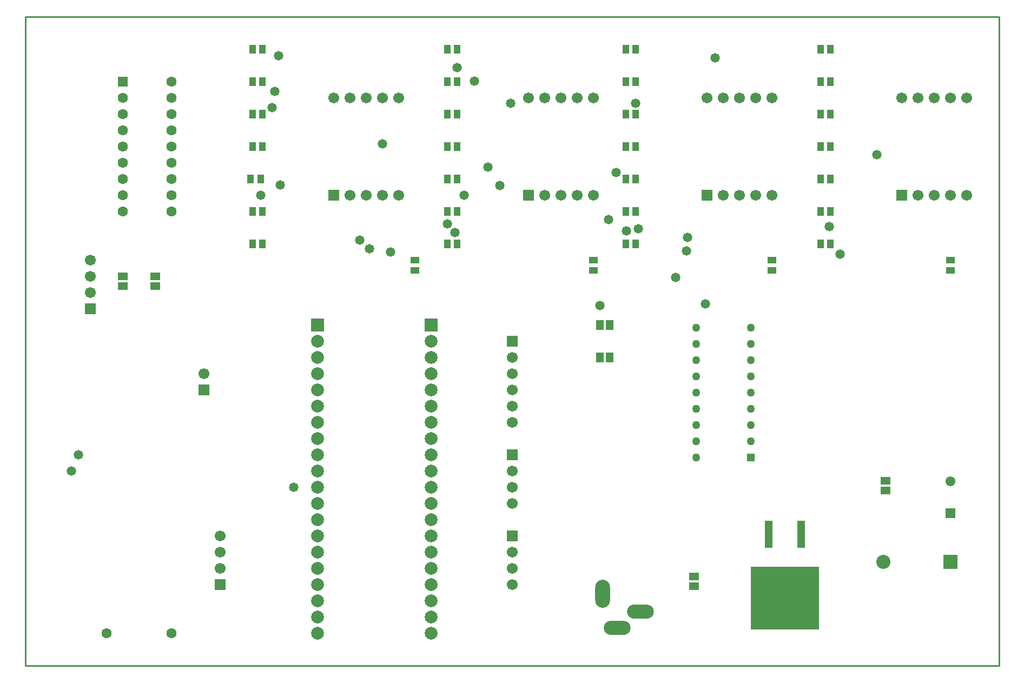
<source format=gts>
G04*
G04 #@! TF.GenerationSoftware,Altium Limited,Altium Designer,20.0.12 (288)*
G04*
G04 Layer_Color=8388736*
%FSLAX23Y23*%
%MOIN*%
G70*
G01*
G75*
%ADD14C,0.010*%
%ADD23R,0.419X0.386*%
%ADD24R,0.049X0.169*%
%ADD25R,0.039X0.057*%
%ADD26R,0.063X0.051*%
%ADD27R,0.051X0.063*%
%ADD28R,0.057X0.039*%
%ADD29C,0.050*%
%ADD30R,0.050X0.050*%
%ADD31R,0.061X0.061*%
%ADD32C,0.061*%
%ADD33C,0.067*%
%ADD34R,0.067X0.067*%
%ADD35C,0.079*%
%ADD36R,0.079X0.079*%
%ADD37C,0.063*%
%ADD38R,0.063X0.063*%
%ADD39C,0.087*%
%ADD40R,0.087X0.087*%
%ADD41O,0.091X0.173*%
%ADD42O,0.165X0.087*%
%ADD43C,0.058*%
D14*
X1600Y5000D02*
X7600D01*
Y1000D02*
Y5000D01*
X1600Y1000D02*
X7600D01*
X1600D02*
Y5000D01*
D23*
X6280Y1418D02*
D03*
D24*
X6180Y1810D02*
D03*
X6380D02*
D03*
D25*
X3063Y4400D02*
D03*
X3000D02*
D03*
X5363D02*
D03*
X5300D02*
D03*
X5363Y3600D02*
D03*
X5300D02*
D03*
X6563D02*
D03*
X6500D02*
D03*
X4263Y4800D02*
D03*
X4200D02*
D03*
X3063Y4600D02*
D03*
X3000D02*
D03*
X3063Y4200D02*
D03*
X3000D02*
D03*
X3050Y4000D02*
D03*
X2987D02*
D03*
X3000Y4800D02*
D03*
X3063D02*
D03*
X3000Y3600D02*
D03*
X3063D02*
D03*
Y3800D02*
D03*
X3000D02*
D03*
X4263Y3600D02*
D03*
X4200D02*
D03*
X4263Y3800D02*
D03*
X4200D02*
D03*
X4263Y4200D02*
D03*
X4200D02*
D03*
X4263Y4600D02*
D03*
X4200D02*
D03*
X4263Y4400D02*
D03*
X4200D02*
D03*
X5363Y3800D02*
D03*
X5300D02*
D03*
X5363Y4000D02*
D03*
X5300D02*
D03*
X5363Y4200D02*
D03*
X5300D02*
D03*
X5363Y4600D02*
D03*
X5300D02*
D03*
X4263Y4000D02*
D03*
X4200D02*
D03*
X6500Y4800D02*
D03*
X6563D02*
D03*
X5300D02*
D03*
X5363D02*
D03*
X6500Y4600D02*
D03*
X6563D02*
D03*
X6500Y4400D02*
D03*
X6563D02*
D03*
Y4200D02*
D03*
X6500D02*
D03*
Y4000D02*
D03*
X6563D02*
D03*
X6500Y3800D02*
D03*
X6563D02*
D03*
D26*
X6900Y2140D02*
D03*
Y2081D02*
D03*
X2200Y3400D02*
D03*
Y3341D02*
D03*
X5720Y1550D02*
D03*
Y1490D02*
D03*
X2400Y3400D02*
D03*
Y3341D02*
D03*
D27*
X5200Y2900D02*
D03*
X5141D02*
D03*
X5200Y3100D02*
D03*
X5141D02*
D03*
D28*
X6200Y3500D02*
D03*
Y3437D02*
D03*
X7300Y3500D02*
D03*
Y3437D02*
D03*
X4000Y3500D02*
D03*
Y3437D02*
D03*
X5100Y3500D02*
D03*
Y3437D02*
D03*
D29*
X5735Y2285D02*
D03*
Y2385D02*
D03*
Y2485D02*
D03*
Y2585D02*
D03*
Y2685D02*
D03*
Y2785D02*
D03*
Y2885D02*
D03*
Y2985D02*
D03*
Y3085D02*
D03*
X6070D02*
D03*
Y2985D02*
D03*
Y2885D02*
D03*
Y2785D02*
D03*
Y2685D02*
D03*
Y2585D02*
D03*
Y2485D02*
D03*
Y2385D02*
D03*
D30*
Y2285D02*
D03*
D31*
X7300Y1940D02*
D03*
D32*
Y2137D02*
D03*
D33*
X2700Y2800D02*
D03*
X4600Y2200D02*
D03*
Y2100D02*
D03*
Y2000D02*
D03*
Y2500D02*
D03*
Y2600D02*
D03*
Y2700D02*
D03*
Y2800D02*
D03*
Y2900D02*
D03*
X2800Y1600D02*
D03*
Y1700D02*
D03*
Y1800D02*
D03*
X4600Y1700D02*
D03*
Y1600D02*
D03*
Y1500D02*
D03*
X3900Y4500D02*
D03*
X3800D02*
D03*
X3700D02*
D03*
X3600D02*
D03*
X3500D02*
D03*
X3900Y3900D02*
D03*
X3800D02*
D03*
X3700D02*
D03*
X3600D02*
D03*
X5100Y4500D02*
D03*
X5000D02*
D03*
X4900D02*
D03*
X4800D02*
D03*
X4700D02*
D03*
X5100Y3900D02*
D03*
X5000D02*
D03*
X4900D02*
D03*
X4800D02*
D03*
X7100D02*
D03*
X7200D02*
D03*
X7300D02*
D03*
X7400D02*
D03*
X7000Y4500D02*
D03*
X7100D02*
D03*
X7200D02*
D03*
X7300D02*
D03*
X7400D02*
D03*
X5900Y3900D02*
D03*
X6000D02*
D03*
X6100D02*
D03*
X6200D02*
D03*
X5800Y4500D02*
D03*
X5900D02*
D03*
X6000D02*
D03*
X6100D02*
D03*
X6200D02*
D03*
X2000Y3500D02*
D03*
Y3400D02*
D03*
Y3300D02*
D03*
D34*
X2700Y2700D02*
D03*
X4600Y2300D02*
D03*
Y3000D02*
D03*
X2800Y1500D02*
D03*
X4600Y1800D02*
D03*
X3500Y3900D02*
D03*
X4700D02*
D03*
X7000D02*
D03*
X5800D02*
D03*
X2000Y3200D02*
D03*
D35*
X4100Y2200D02*
D03*
Y2100D02*
D03*
Y2300D02*
D03*
Y2400D02*
D03*
Y2500D02*
D03*
Y2600D02*
D03*
Y2700D02*
D03*
Y2800D02*
D03*
Y2900D02*
D03*
Y3000D02*
D03*
Y2000D02*
D03*
Y1900D02*
D03*
Y1800D02*
D03*
Y1700D02*
D03*
Y1600D02*
D03*
Y1500D02*
D03*
Y1400D02*
D03*
Y1300D02*
D03*
Y1200D02*
D03*
X3400Y2200D02*
D03*
Y2100D02*
D03*
Y2300D02*
D03*
Y2400D02*
D03*
Y2500D02*
D03*
Y2600D02*
D03*
Y2700D02*
D03*
Y2800D02*
D03*
Y2900D02*
D03*
Y3000D02*
D03*
Y2000D02*
D03*
Y1900D02*
D03*
Y1800D02*
D03*
Y1700D02*
D03*
Y1600D02*
D03*
Y1500D02*
D03*
Y1400D02*
D03*
Y1300D02*
D03*
Y1200D02*
D03*
D36*
X4100Y3100D02*
D03*
X3400D02*
D03*
D37*
X2500Y1200D02*
D03*
X2100D02*
D03*
X2500Y3800D02*
D03*
Y3900D02*
D03*
Y4000D02*
D03*
Y4100D02*
D03*
Y4200D02*
D03*
Y4300D02*
D03*
Y4400D02*
D03*
Y4500D02*
D03*
Y4600D02*
D03*
X2200Y3800D02*
D03*
Y3900D02*
D03*
Y4000D02*
D03*
Y4100D02*
D03*
Y4200D02*
D03*
Y4300D02*
D03*
Y4400D02*
D03*
Y4500D02*
D03*
D38*
Y4600D02*
D03*
D39*
X6888Y1640D02*
D03*
D40*
X7300D02*
D03*
D41*
X5157Y1445D02*
D03*
D42*
X5248Y1236D02*
D03*
X5393Y1335D02*
D03*
D43*
X6621Y3539D02*
D03*
X3120Y4440D02*
D03*
X5306Y3680D02*
D03*
X5195Y3750D02*
D03*
X3160Y4760D02*
D03*
X6554Y3708D02*
D03*
X5676Y3557D02*
D03*
X5680Y3640D02*
D03*
X5240Y4040D02*
D03*
X4200Y3726D02*
D03*
X1927Y2300D02*
D03*
X1884Y2200D02*
D03*
X5377Y3696D02*
D03*
X3137Y4541D02*
D03*
X4368Y4604D02*
D03*
X4304Y3900D02*
D03*
X5363Y4469D02*
D03*
X5851Y4749D02*
D03*
X6848Y4152D02*
D03*
X4592Y4468D02*
D03*
X4526Y3961D02*
D03*
X4263Y4687D02*
D03*
X3050Y3900D02*
D03*
X3171Y3965D02*
D03*
X3800Y4218D02*
D03*
X3723Y3570D02*
D03*
X4248Y3672D02*
D03*
X4451Y4074D02*
D03*
X3853Y3550D02*
D03*
X5609Y3396D02*
D03*
X5791Y3232D02*
D03*
X3663Y3626D02*
D03*
X3255Y2100D02*
D03*
X5141Y3222D02*
D03*
M02*

</source>
